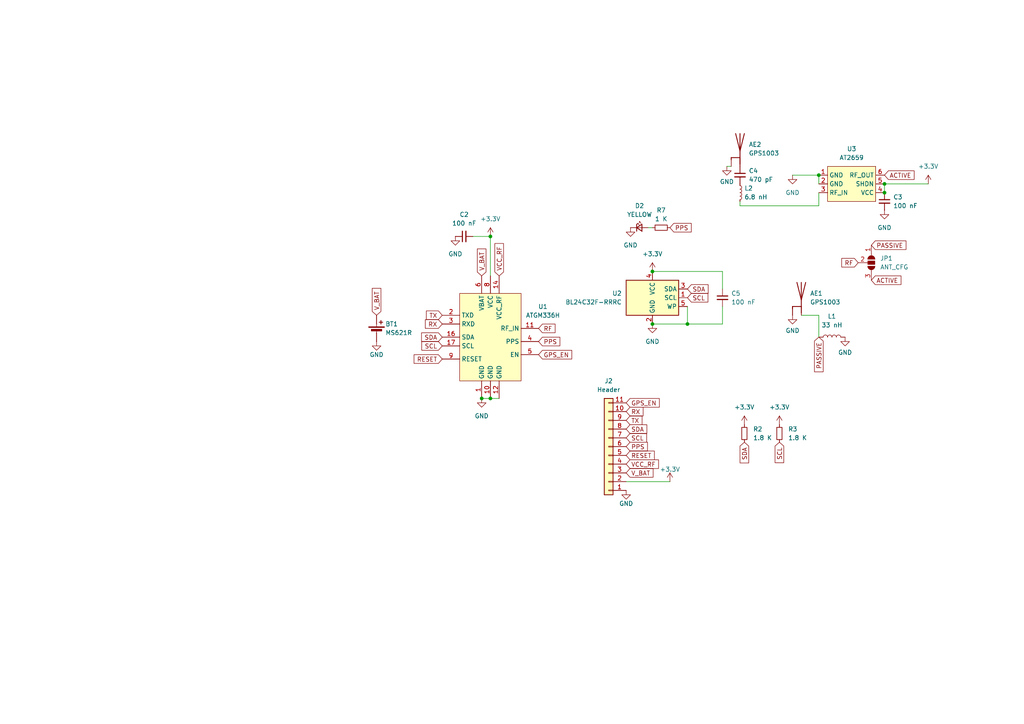
<source format=kicad_sch>
(kicad_sch (version 20231120) (generator "eeschema") (generator_version "8.0")
  (paper "A4")
  (lib_symbols
    (symbol "Connector_Generic:Conn_01x11" (pin_names (offset 1.016) hide)
      (property "Reference" "J" (at 0 15.24 0))
      (property "Value" "Conn_01x11" (at 0 -15.24 0))
      (symbol "Conn_01x11_1_1"
        (rectangle (start -1.27 -12.573) (end 0 -12.827) (stroke (width 0.1524)))
        (rectangle (start -1.27 -10.033) (end 0 -10.287) (stroke (width 0.1524)))
        (rectangle (start -1.27 -7.493) (end 0 -7.747) (stroke (width 0.1524)))
        (rectangle (start -1.27 -4.953) (end 0 -5.207) (stroke (width 0.1524)))
        (rectangle (start -1.27 -2.413) (end 0 -2.667) (stroke (width 0.1524)))
        (rectangle (start -1.27 0.127) (end 0 -0.127) (stroke (width 0.1524)))
        (rectangle (start -1.27 2.667) (end 0 2.413) (stroke (width 0.1524)))
        (rectangle (start -1.27 5.207) (end 0 4.953) (stroke (width 0.1524)))
        (rectangle (start -1.27 7.747) (end 0 7.493) (stroke (width 0.1524)))
        (rectangle (start -1.27 10.287) (end 0 10.033) (stroke (width 0.1524)))
        (rectangle (start -1.27 12.827) (end 0 12.573) (stroke (width 0.1524)))
        (rectangle (start -1.27 13.97) (end 1.27 -13.97) (stroke (width 0.254)) (fill (type background)))
        (pin passive line (at -5.08 12.7 0) (length 3.81) (name "Pin_1") (number "1"))
        (pin passive line (at -5.08 -10.16 0) (length 3.81) (name "Pin_10") (number "10"))
        (pin passive line (at -5.08 -12.7 0) (length 3.81) (name "Pin_11") (number "11"))
        (pin passive line (at -5.08 10.16 0) (length 3.81) (name "Pin_2") (number "2"))
        (pin passive line (at -5.08 7.62 0) (length 3.81) (name "Pin_3") (number "3"))
        (pin passive line (at -5.08 5.08 0) (length 3.81) (name "Pin_4") (number "4"))
        (pin passive line (at -5.08 2.54 0) (length 3.81) (name "Pin_5") (number "5"))
        (pin passive line (at -5.08 0 0) (length 3.81) (name "Pin_6") (number "6"))
        (pin passive line (at -5.08 -2.54 0) (length 3.81) (name "Pin_7") (number "7"))
        (pin passive line (at -5.08 -5.08 0) (length 3.81) (name "Pin_8") (number "8"))
        (pin passive line (at -5.08 -7.62 0) (length 3.81) (name "Pin_9") (number "9"))
      )
    )
    (symbol "GND_15" (power) (pin_names (offset 0))
      (property "Value" "GND_15" (at 0 -3.81 0))
      (symbol "GND_15_0_1"
        (polyline (pts (xy 0 0) (xy 0 -1.27) (xy 1.27 -1.27) (xy 0 -2.54) (xy -1.27 -1.27) (xy 0 -1.27)))
      )
      (symbol "GND_15_1_1"
        (pin power_in line (at 0 0 270) (length 0) hide (name "GND") (number "1"))
      )
    )
    (symbol "symbols:+3.3V" (power) (pin_numbers hide) (pin_names (offset 0) hide)
      (property "Value" "+3.3V" (at 0 3.556 0))
      (symbol "+3.3V_0_1"
        (polyline (pts (xy -0.762 1.27) (xy 0 2.54)))
        (polyline (pts (xy 0 0) (xy 0 2.54)))
        (polyline (pts (xy 0 2.54) (xy 0.762 1.27)))
      )
      (symbol "+3.3V_1_1"
        (pin power_in line (at 0 0 90) (length 0) (name "~") (number "1"))
      )
    )
    (symbol "symbols:AT24CS32-STUM"
      (property "Reference" "U" (at -7.62 6.35 0))
      (property "Value" "AT24CS32-STUM" (at 2.54 -6.35 0))
      (symbol "AT24CS32-STUM_1_1"
        (rectangle (start -7.62 5.08) (end 7.62 -5.08) (stroke (width 0.254)) (fill (type background)))
        (pin input line (at 10.16 0 180) (length 2.54) (name "SCL") (number "1"))
        (pin power_in line (at 0 -7.62 90) (length 2.54) (name "GND") (number "2"))
        (pin bidirectional line (at 10.16 2.54 180) (length 2.54) (name "SDA") (number "3"))
        (pin power_in line (at 0 7.62 270) (length 2.54) (name "VCC") (number "4"))
        (pin input line (at 10.16 -2.54 180) (length 2.54) (name "WP") (number "5"))
      )
    )
    (symbol "symbols:AT2659"
      (property "Reference" "U" (at 0 0 0))
      (property "Value" "AT2659" (at 0 -2.032 0))
      (symbol "AT2659_1_1"
        (rectangle (start -6.35 -3.81) (end 7.62 -13.97) (fill (type background)))
        (pin input line (at -8.89 -6.35 0) (length 2.54) (name "GND") (number "1"))
        (pin input line (at -8.89 -8.89 0) (length 2.54) (name "GND") (number "2"))
        (pin input line (at -8.89 -11.43 0) (length 2.54) (name "RF_IN") (number "3"))
        (pin input line (at 10.16 -11.43 180) (length 2.54) (name "VCC") (number "4"))
        (pin input line (at 10.16 -8.89 180) (length 2.54) (name "SHDN") (number "5"))
        (pin input line (at 10.16 -6.35 180) (length 2.54) (name "RF_OUT") (number "6"))
      )
    )
    (symbol "symbols:ATGM336H"
      (property "Reference" "U" (at 9.906 -26.924 0))
      (property "Value" "ATGM336H" (at 9.906 -29.21 0))
      (symbol "ATGM336H_1_1"
        (rectangle (start -8.89 0) (end 8.89 -25.4) (fill (type background)))
        (pin input line (at -2.54 -30.48 90) (length 5.08) (name "GND") (number "1"))
        (pin input line (at 0 -30.48 90) (length 5.08) (name "GND") (number "10"))
        (pin input line (at 13.97 -10.16 180) (length 5.08) (name "RF_IN") (number "11"))
        (pin input line (at 2.54 -30.48 90) (length 5.08) (name "GND") (number "12"))
        (pin input line (at 2.54 5.08 270) (length 5.08) (name "VCC_RF") (number "14"))
        (pin input line (at -13.97 -12.7 0) (length 5.08) (name "SDA") (number "16"))
        (pin input line (at -13.97 -15.24 0) (length 5.08) (name "SCL") (number "17"))
        (pin input line (at -13.97 -6.35 0) (length 5.08) (name "TXD") (number "2"))
        (pin input line (at -13.97 -8.89 0) (length 5.08) (name "RXD") (number "3"))
        (pin input line (at 13.97 -13.97 180) (length 5.08) (name "PPS") (number "4"))
        (pin input line (at 13.97 -17.78 180) (length 5.08) (name "EN") (number "5"))
        (pin input line (at -2.54 5.08 270) (length 5.08) (name "VBAT") (number "6"))
        (pin input line (at 0 5.08 270) (length 5.08) (name "VCC") (number "8"))
        (pin input line (at -13.97 -19.05 0) (length 5.08) (name "RESET") (number "9"))
      )
    )
    (symbol "symbols:Antenna_Chip" (pin_numbers hide) (pin_names (offset 1.016) hide)
      (property "Reference" "AE" (at 0 5.08 0))
      (property "Value" "Antenna_Chip" (at 0 3.175 0))
      (symbol "Antenna_Chip_0_1"
        (polyline (pts (xy 0 0) (xy 0 -0.635)) (stroke (width 0.254)))
        (polyline (pts (xy 0 0) (xy 2.54 0)) (stroke (width 0.254)))
        (polyline (pts (xy 2.54 -0.635) (xy 2.54 0)))
        (polyline (pts (xy 2.54 6.985) (xy 2.54 -1.905)) (stroke (width 0.254)))
        (polyline (pts (xy 3.81 6.985) (xy 2.54 1.905) (xy 1.27 6.985)) (stroke (width 0.254)))
      )
      (symbol "Antenna_Chip_1_1"
        (pin passive line (at 2.54 -2.54 90) (length 2.54) (name "FEED") (number "1"))
        (pin input line (at 0 -2.54 90) (length 2.54) (name "GND") (number "2"))
      )
    )
    (symbol "symbols:Battery_Cell" (pin_numbers hide) (pin_names (offset 0) hide)
      (property "Reference" "BT" (at 2.54 2.54 0))
      (property "Value" "Battery_Cell" (at 2.54 0 0))
      (symbol "Battery_Cell_0_1"
        (rectangle (start -2.286 1.778) (end 2.286 1.524) (fill (type outline)))
        (rectangle (start -1.524 1.016) (end 1.524 0.508) (fill (type outline)))
        (polyline (pts (xy 0 0.762) (xy 0 0)))
        (polyline (pts (xy 0 1.778) (xy 0 2.54)))
        (polyline (pts (xy 0.762 3.048) (xy 1.778 3.048)) (stroke (width 0.254)))
        (polyline (pts (xy 1.27 3.556) (xy 1.27 2.54)) (stroke (width 0.254)))
      )
      (symbol "Battery_Cell_1_1"
        (pin passive line (at 0 5.08 270) (length 2.54) (name "+") (number "1"))
        (pin passive line (at 0 -2.54 90) (length 2.54) (name "-") (number "2"))
      )
    )
    (symbol "symbols:C_Small" (pin_numbers hide) (pin_names (offset 0.254) hide)
      (property "Reference" "C" (at 0.254 1.778 0))
      (property "Value" "C_Small" (at 0.254 -2.032 0))
      (symbol "C_Small_0_1"
        (polyline (pts (xy -1.524 -0.508) (xy 1.524 -0.508)) (stroke (width 0.3302)))
        (polyline (pts (xy -1.524 0.508) (xy 1.524 0.508)) (stroke (width 0.3048)))
      )
      (symbol "C_Small_1_1"
        (pin passive line (at 0 2.54 270) (length 2.032) (name "~") (number "1"))
        (pin passive line (at 0 -2.54 90) (length 2.032) (name "~") (number "2"))
      )
    )
    (symbol "symbols:GND" (power) (pin_numbers hide) (pin_names (offset 0) hide)
      (property "Value" "GND" (at 0 -3.81 0))
      (symbol "GND_0_1"
        (polyline (pts (xy 0 0) (xy 0 -1.27) (xy 1.27 -1.27) (xy 0 -2.54) (xy -1.27 -1.27) (xy 0 -1.27)))
      )
      (symbol "GND_1_1"
        (pin power_in line (at 0 0 270) (length 0) (name "~") (number "1"))
      )
    )
    (symbol "symbols:L" (pin_numbers hide) (pin_names (offset 1.016) hide)
      (property "Reference" "L" (at -1.27 0 90))
      (property "Value" "L" (at 1.905 0 90))
      (symbol "L_0_1"
        (arc (start 0 -2.54) (mid 0.6323 -1.905) (end 0 -1.27))
        (arc (start 0 -1.27) (mid 0.6323 -0.635) (end 0 0))
        (arc (start 0 0) (mid 0.6323 0.635) (end 0 1.27))
        (arc (start 0 1.27) (mid 0.6323 1.905) (end 0 2.54))
      )
      (symbol "L_1_1"
        (pin passive line (at 0 3.81 270) (length 1.27) (name "1") (number "1"))
        (pin passive line (at 0 -3.81 90) (length 1.27) (name "2") (number "2"))
      )
    )
    (symbol "symbols:LED_Small" (pin_numbers hide) (pin_names (offset 0.254) hide)
      (property "Reference" "D" (at -1.27 3.175 0))
      (property "Value" "LED_Small" (at -4.445 -2.54 0))
      (symbol "LED_Small_0_1"
        (polyline (pts (xy -0.762 -1.016) (xy -0.762 1.016)) (stroke (width 0.254)))
        (polyline (pts (xy 1.016 0) (xy -0.762 0)))
        (polyline (pts (xy 0.762 -1.016) (xy -0.762 0) (xy 0.762 1.016) (xy 0.762 -1.016)) (stroke (width 0.254)))
        (polyline (pts (xy 0 0.762) (xy -0.508 1.27) (xy -0.254 1.27) (xy -0.508 1.27) (xy -0.508 1.016)))
        (polyline (pts (xy 0.508 1.27) (xy 0 1.778) (xy 0.254 1.778) (xy 0 1.778) (xy 0 1.524)))
      )
      (symbol "LED_Small_1_1"
        (pin passive line (at -2.54 0 0) (length 1.778) (name "K") (number "1"))
        (pin passive line (at 2.54 0 180) (length 1.778) (name "A") (number "2"))
      )
    )
    (symbol "symbols:L_Small" (pin_numbers hide) (pin_names (offset 0.254) hide)
      (property "Reference" "L" (at 0.762 1.016 0))
      (property "Value" "L_Small" (at 0.762 -1.016 0))
      (symbol "L_Small_0_1"
        (arc (start 0 -2.032) (mid 0.5058 -1.524) (end 0 -1.016))
        (arc (start 0 -1.016) (mid 0.5058 -0.508) (end 0 0))
        (arc (start 0 0) (mid 0.5058 0.508) (end 0 1.016))
        (arc (start 0 1.016) (mid 0.5058 1.524) (end 0 2.032))
      )
      (symbol "L_Small_1_1"
        (pin passive line (at 0 2.54 270) (length 0.508) (name "~") (number "1"))
        (pin passive line (at 0 -2.54 90) (length 0.508) (name "~") (number "2"))
      )
    )
    (symbol "symbols:R_Small" (pin_numbers hide) (pin_names (offset 0.254) hide)
      (property "Reference" "R" (at 0.762 0.508 0))
      (property "Value" "R_Small" (at 0.762 -1.016 0))
      (symbol "R_Small_0_1"
        (rectangle (start -0.762 1.778) (end 0.762 -1.778) (stroke (width 0.2032)))
      )
      (symbol "R_Small_1_1"
        (pin passive line (at 0 2.54 270) (length 0.762) (name "~") (number "1"))
        (pin passive line (at 0 -2.54 90) (length 0.762) (name "~") (number "2"))
      )
    )
    (symbol "symbols:SolderJumper_3_Open" (pin_names (offset 0) hide) (exclude_from_sim yes) (in_bom no)
      (property "Reference" "JP" (at -2.54 -2.54 0))
      (property "Value" "SolderJumper_3_Open" (at 0 2.794 0))
      (symbol "SolderJumper_3_Open_0_1"
        (arc (start -1.016 1.016) (mid -2.0276 0) (end -1.016 -1.016))
        (arc (start -1.016 1.016) (mid -2.0276 0) (end -1.016 -1.016) (fill (type outline)))
        (rectangle (start -0.508 1.016) (end 0.508 -1.016) (fill (type outline)))
        (polyline (pts (xy -2.54 0) (xy -2.032 0)))
        (polyline (pts (xy -1.016 1.016) (xy -1.016 -1.016)))
        (polyline (pts (xy 0 -1.27) (xy 0 -1.016)))
        (polyline (pts (xy 1.016 1.016) (xy 1.016 -1.016)))
        (polyline (pts (xy 2.54 0) (xy 2.032 0)))
        (arc (start 1.016 -1.016) (mid 2.0276 0) (end 1.016 1.016))
        (arc (start 1.016 -1.016) (mid 2.0276 0) (end 1.016 1.016) (fill (type outline)))
      )
      (symbol "SolderJumper_3_Open_1_1"
        (pin passive line (at -5.08 0 0) (length 2.54) (name "A") (number "1"))
        (pin passive line (at 0 -3.81 90) (length 2.54) (name "C") (number "2"))
        (pin passive line (at 5.08 0 180) (length 2.54) (name "B") (number "3"))
      )
    )
  )
  (junction (at 237.49 50.8))
  (junction (at 199.39 93.98))
  (junction (at 142.24 115.57))
  (junction (at 256.54 53.34))
  (junction (at 189.23 78.74))
  (junction (at 139.7 115.57))
  (junction (at 142.24 68.58))
  (junction (at 189.23 93.98))
  (junction (at 256.54 55.88))
  (wire (pts (xy 139.7 115.57) (xy 142.24 115.57)))
  (wire (pts (xy 237.49 59.69) (xy 237.49 55.88)))
  (wire (pts (xy 256.54 53.34) (xy 256.54 55.88)))
  (wire (pts (xy 209.55 83.82) (xy 209.55 78.74)))
  (wire (pts (xy 209.55 93.98) (xy 199.39 93.98)))
  (wire (pts (xy 237.49 91.44) (xy 237.49 97.79)))
  (wire (pts (xy 237.49 50.8) (xy 237.49 53.34)))
  (wire (pts (xy 142.24 80.01) (xy 142.24 68.58)))
  (wire (pts (xy 142.24 115.57) (xy 144.78 115.57)))
  (wire (pts (xy 199.39 93.98) (xy 189.23 93.98)))
  (wire (pts (xy 181.61 139.7) (xy 194.31 139.7)))
  (wire (pts (xy 210.82 48.26) (xy 212.09 48.26)))
  (wire (pts (xy 209.55 88.9) (xy 209.55 93.98)))
  (wire (pts (xy 214.63 59.69) (xy 237.49 59.69)))
  (wire (pts (xy 256.54 53.34) (xy 269.24 53.34)))
  (wire (pts (xy 214.63 59.69) (xy 214.63 58.42)))
  (wire (pts (xy 237.49 91.44) (xy 232.41 91.44)))
  (wire (pts (xy 137.16 68.58) (xy 142.24 68.58)))
  (wire (pts (xy 209.55 78.74) (xy 189.23 78.74)))
  (wire (pts (xy 199.39 88.9) (xy 199.39 93.98)))
  (wire (pts (xy 189.23 66.04) (xy 187.96 66.04)))
  (wire (pts (xy 229.87 50.8) (xy 237.49 50.8)))
  (global_label "RESET" (shape input) (at 128.27 104.14 180) (property "Intersheetrefs" "${INTERSHEET_REFS}" (effects (hide yes))))
  (global_label "RF" (shape input) (at 156.21 95.25 0) (property "Intersheetrefs" "${INTERSHEET_REFS}" (effects (hide yes))))
  (global_label "V_BAT" (shape input) (at 181.61 137.16 0) (property "Intersheetrefs" "${INTERSHEET_REFS}" (effects (hide yes))))
  (global_label "SCL" (shape input) (at 181.61 127 0) (property "Intersheetrefs" "${INTERSHEET_REFS}" (effects (hide yes))))
  (global_label "SDA" (shape input) (at 128.27 97.79 180) (property "Intersheetrefs" "${INTERSHEET_REFS}" (effects (hide yes))))
  (global_label "SDA" (shape input) (at 199.39 83.82 0) (property "Intersheetrefs" "${INTERSHEET_REFS}" (effects (hide yes))))
  (global_label "SDA" (shape input) (at 181.61 124.46 0) (property "Intersheetrefs" "${INTERSHEET_REFS}" (effects (hide yes))))
  (global_label "RX" (shape input) (at 181.61 119.38 0) (property "Intersheetrefs" "${INTERSHEET_REFS}" (effects (hide yes))))
  (global_label "V_BAT" (shape input) (at 109.22 91.44 90) (property "Intersheetrefs" "${INTERSHEET_REFS}" (effects (hide yes))))
  (global_label "PPS" (shape input) (at 156.21 99.06 0) (property "Intersheetrefs" "${INTERSHEET_REFS}" (effects (hide yes))))
  (global_label "RF" (shape input) (at 248.92 76.2 180) (property "Intersheetrefs" "${INTERSHEET_REFS}" (effects (hide yes))))
  (global_label "GPS_EN" (shape input) (at 181.61 116.84 0) (property "Intersheetrefs" "${INTERSHEET_REFS}" (effects (hide yes))))
  (global_label "RESET" (shape input) (at 181.61 132.08 0) (property "Intersheetrefs" "${INTERSHEET_REFS}" (effects (hide yes))))
  (global_label "V_BAT" (shape input) (at 139.7 80.01 90) (property "Intersheetrefs" "${INTERSHEET_REFS}" (effects (hide yes))))
  (global_label "TX" (shape input) (at 181.61 121.92 0) (property "Intersheetrefs" "${INTERSHEET_REFS}" (effects (hide yes))))
  (global_label "VCC_RF" (shape input) (at 144.78 80.01 90) (property "Intersheetrefs" "${INTERSHEET_REFS}" (effects (hide yes))))
  (global_label "PASSIVE" (shape input) (at 252.73 71.12 0) (property "Intersheetrefs" "${INTERSHEET_REFS}" (effects (hide yes))))
  (global_label "SCL" (shape input) (at 226.06 128.27 270) (property "Intersheetrefs" "${INTERSHEET_REFS}" (effects (hide yes))))
  (global_label "GPS_EN" (shape input) (at 156.21 102.87 0) (property "Intersheetrefs" "${INTERSHEET_REFS}" (effects (hide yes))))
  (global_label "PPS" (shape input) (at 181.61 129.54 0) (property "Intersheetrefs" "${INTERSHEET_REFS}" (effects (hide yes))))
  (global_label "VCC_RF" (shape input) (at 181.61 134.62 0) (property "Intersheetrefs" "${INTERSHEET_REFS}" (effects (hide yes))))
  (global_label "ACTIVE" (shape input) (at 252.73 81.28 0) (property "Intersheetrefs" "${INTERSHEET_REFS}" (effects (hide yes))))
  (global_label "TX" (shape input) (at 128.27 91.44 180) (property "Intersheetrefs" "${INTERSHEET_REFS}" (effects (hide yes))))
  (global_label "PASSIVE" (shape input) (at 237.49 97.79 270) (property "Intersheetrefs" "${INTERSHEET_REFS}" (effects (hide yes))))
  (global_label "ACTIVE" (shape input) (at 256.54 50.8 0) (property "Intersheetrefs" "${INTERSHEET_REFS}" (effects (hide yes))))
  (global_label "SCL" (shape input) (at 128.27 100.33 180) (property "Intersheetrefs" "${INTERSHEET_REFS}" (effects (hide yes))))
  (global_label "SCL" (shape input) (at 199.39 86.36 0) (property "Intersheetrefs" "${INTERSHEET_REFS}" (effects (hide yes))))
  (global_label "PPS" (shape input) (at 194.31 66.04 0) (property "Intersheetrefs" "${INTERSHEET_REFS}" (effects (hide yes))))
  (global_label "RX" (shape input) (at 128.27 93.98 180) (property "Intersheetrefs" "${INTERSHEET_REFS}" (effects (hide yes))))
  (global_label "SDA" (shape input) (at 215.9 128.27 270) (property "Intersheetrefs" "${INTERSHEET_REFS}" (effects (hide yes))))
  (symbol (lib_id "symbols:C_Small") (at 209.55 86.36 0) (unit 1)
    (property "Reference" "C5" (at 212.09 85.0962 0) (effects (justify left)))
    (property "Value" "100 nF" (at 212.09 87.6362 0) (effects (justify left)))
    (property "Footprint" "footprints:C_0603_1608Metric" (effects (hide yes)))
    (property "Description" "Unpolarized capacitor, small symbol" (effects (hide yes)))
    (property "LCSC" "C14663" (effects (hide yes)))
  )
  (symbol (lib_id "symbols:+3.3V") (at 194.31 139.7 0) (unit 1)
    (property "Reference" "#PWR09" (effects (hide yes)))
    (property "Value" "+3.3V" (at 194.31 136.144 0))
    (property "Description" "Power symbol creates a global label with name \"+3.3V\"" (effects (hide yes)))
  )
  (symbol (lib_id "symbols:R_Small") (at 226.06 125.73 0) (unit 1)
    (property "Reference" "R3" (at 228.6 124.4599 0) (effects (justify left)))
    (property "Value" "1.8 K" (at 228.6 126.9999 0) (effects (justify left)))
    (property "Footprint" "Resistor_SMD:R_0603_1608Metric" (effects (hide yes)))
    (property "Description" "Resistor, small symbol" (effects (hide yes)))
    (property "LCSC" "C4177" (effects (hide yes)))
  )
  (symbol (lib_id "symbols:L_Small") (at 214.63 55.88 0) (unit 1)
    (property "Reference" "L2" (at 215.9 54.6099 0) (effects (justify left)))
    (property "Value" "6.8 nH" (at 215.9 57.1499 0) (effects (justify left)))
    (property "Footprint" "footprints:L_0402_1005Metric" (effects (hide yes)))
    (property "Description" "Inductor, small symbol" (effects (hide yes)))
    (property "LCSC" "C84403" (effects (hide yes)))
  )
  (symbol (lib_id "symbols:GND") (at 256.54 60.96 0) (unit 1)
    (property "Reference" "#PWR012" (effects (hide yes)))
    (property "Value" "GND" (at 256.54 66.04 0))
    (property "Description" "Power symbol creates a global label with name \"GND\" , ground" (effects (hide yes)))
  )
  (symbol (lib_id "symbols:L") (at 241.3 97.79 90) (unit 1)
    (property "Reference" "L1" (at 241.3 91.7448 90))
    (property "Value" "33 nH" (at 241.3 94.2848 90))
    (property "Footprint" "footprints:L_0402_1005Metric" (effects (hide yes)))
    (property "LCSC" "C90178" (effects (hide yes)))
  )
  (symbol (lib_id "symbols:C_Small") (at 214.63 50.8 0) (unit 1)
    (property "Reference" "C4" (at 217.17 49.5362 0) (effects (justify left)))
    (property "Value" "470 pF" (at 217.17 52.0762 0) (effects (justify left)))
    (property "Footprint" "footprints:C_0402_1005Metric" (effects (hide yes)))
    (property "Description" "Unpolarized capacitor, small symbol" (effects (hide yes)))
    (property "LCSC" "C1567" (effects (hide yes)))
  )
  (symbol (lib_id "symbols:R_Small") (at 215.9 125.73 0) (unit 1)
    (property "Reference" "R2" (at 218.44 124.4599 0) (effects (justify left)))
    (property "Value" "1.8 K" (at 218.44 126.9999 0) (effects (justify left)))
    (property "Footprint" "Resistor_SMD:R_0603_1608Metric" (effects (hide yes)))
    (property "Description" "Resistor, small symbol" (effects (hide yes)))
    (property "LCSC" "C4177" (effects (hide yes)))
  )
  (symbol (lib_id "Connector_Generic:Conn_01x11") (at 176.53 129.54 180) (unit 1)
    (property "Reference" "J2" (at 176.53 110.49 0))
    (property "Value" "Header" (at 176.53 113.03 0))
    (property "Footprint" "Connector_PinHeader_2.54mm:PinHeader_1x11_P2.54mm_Vertical" (effects (hide yes)))
    (property "Description" "Generic connector, single row, 01x11, script generated (kicad-library-utils/schlib/autogen/connector/)" (effects (hide yes)))
  )
  (symbol (lib_id "symbols:+3.3V") (at 269.24 53.34 0) (unit 1)
    (property "Reference" "#PWR011" (effects (hide yes)))
    (property "Value" "+3.3V" (at 269.24 48.26 0))
    (property "Description" "Power symbol creates a global label with name \"+3.3V\"" (effects (hide yes)))
  )
  (symbol (lib_name "GND_15") (lib_id "symbols:GND_15") (at 210.82 48.26 0) (unit 1)
    (property "Reference" "#PWR017" (effects (hide yes)))
    (property "Value" "GND" (at 210.82 52.705 0))
  )
  (symbol (lib_id "symbols:GND") (at 182.88 66.04 0) (unit 1)
    (property "Reference" "#PWR05" (effects (hide yes)))
    (property "Value" "GND" (at 182.88 71.12 0))
    (property "Description" "Power symbol creates a global label with name \"GND\" , ground" (effects (hide yes)))
  )
  (symbol (lib_name "GND_15") (lib_id "symbols:GND_15") (at 245.11 97.79 0) (unit 1)
    (property "Reference" "#PWR010" (effects (hide yes)))
    (property "Value" "GND" (at 245.11 102.235 0))
  )
  (symbol (lib_id "symbols:+3.3V") (at 189.23 78.74 0) (unit 1)
    (property "Reference" "#PWR03" (effects (hide yes)))
    (property "Value" "+3.3V" (at 189.23 73.66 0))
    (property "Description" "Power symbol creates a global label with name \"+3.3V\"" (effects (hide yes)))
  )
  (symbol (lib_id "symbols:Antenna_Chip") (at 229.87 88.9 0) (unit 1)
    (property "Reference" "AE1" (at 234.95 85.0899 0) (effects (justify left)))
    (property "Value" "GPS1003" (at 234.95 87.6299 0) (effects (justify left)))
    (property "Footprint" "RF_Antenna:GPS1003" (effects (hide yes)))
    (property "Description" "Ceramic chip antenna with pin for PCB trace" (effects (hide yes)))
  )
  (symbol (lib_id "symbols:GND") (at 132.08 68.58 0) (unit 1)
    (property "Reference" "#PWR06" (effects (hide yes)))
    (property "Value" "GND" (at 132.08 73.66 0))
    (property "Description" "Power symbol creates a global label with name \"GND\" , ground" (effects (hide yes)))
  )
  (symbol (lib_id "symbols:ATGM336H") (at 142.24 85.09 0) (unit 1)
    (property "Reference" "U1" (at 157.48 88.9314 0))
    (property "Value" "ATGM336H" (at 157.48 91.4714 0))
    (property "Footprint" "footprints:ATGM336H" (effects (hide yes)))
    (property "LCSC" "C90770" (effects (hide yes)))
  )
  (symbol (lib_id "symbols:C_Small") (at 134.62 68.58 90) (unit 1)
    (property "Reference" "C2" (at 134.6263 62.23 90))
    (property "Value" "100 nF" (at 134.6263 64.77 90))
    (property "Footprint" "footprints:C_0603_1608Metric" (effects (hide yes)))
    (property "Description" "Unpolarized capacitor, small symbol" (effects (hide yes)))
    (property "LCSC" "C14663" (effects (hide yes)))
  )
  (symbol (lib_id "symbols:C_Small") (at 256.54 58.42 0) (unit 1)
    (property "Reference" "C3" (at 259.08 57.1562 0) (effects (justify left)))
    (property "Value" "100 nF" (at 259.08 59.6962 0) (effects (justify left)))
    (property "Footprint" "footprints:C_0603_1608Metric" (effects (hide yes)))
    (property "Description" "Unpolarized capacitor, small symbol" (effects (hide yes)))
    (property "LCSC" "C14663" (effects (hide yes)))
  )
  (symbol (lib_id "symbols:R_Small") (at 191.77 66.04 90) (unit 1)
    (property "Reference" "R7" (at 191.77 60.96 90))
    (property "Value" "1 K" (at 191.77 63.5 90))
    (property "Footprint" "Resistor_SMD:R_0402_1005Metric" (effects (hide yes)))
    (property "Description" "Resistor, small symbol" (effects (hide yes)))
    (property "LCSC" "C11702" (effects (hide yes)))
  )
  (symbol (lib_id "symbols:GND") (at 109.22 99.06 0) (unit 1)
    (property "Reference" "#PWR015" (effects (hide yes)))
    (property "Value" "GND" (at 109.22 102.87 0))
    (property "Description" "Power symbol creates a global label with name \"GND\" , ground" (effects (hide yes)))
  )
  (symbol (lib_id "symbols:AT24CS32-STUM") (at 189.23 86.36 0) (unit 1)
    (property "Reference" "U2" (at 180.34 85.0899 0) (effects (justify right)))
    (property "Value" "BL24C32F-RRRC" (at 180.34 87.6299 0) (effects (justify right)))
    (property "Footprint" "Package_TO_SOT_SMD:SOT-23-5" (effects (hide yes)))
    (property "Datasheet" "http://ww1.microchip.com/downloads/en/DeviceDoc/Atmel-8869-SEEPROM-AT24CS32-Datasheet.pdf" (effects (hide yes)))
    (property "Description" "I2C Serial EEPROM, 32Kb (4096x8) with Unique Serial Number, SOT-23-5" (effects (hide yes)))
    (property "LCSC" "C5185883" (effects (hide yes)))
  )
  (symbol (lib_id "symbols:+3.3V") (at 142.24 68.58 0) (unit 1)
    (property "Reference" "#PWR07" (effects (hide yes)))
    (property "Value" "+3.3V" (at 142.24 63.5 0))
    (property "Description" "Power symbol creates a global label with name \"+3.3V\"" (effects (hide yes)))
  )
  (symbol (lib_id "symbols:Antenna_Chip") (at 212.09 45.72 0) (unit 1)
    (property "Reference" "AE2" (at 217.17 41.9099 0) (effects (justify left)))
    (property "Value" "GPS1003" (at 217.17 44.4499 0) (effects (justify left)))
    (property "Footprint" "RF_Antenna:GPS1003" (effects (hide yes)))
    (property "Description" "Ceramic chip antenna with pin for PCB trace" (effects (hide yes)))
  )
  (symbol (lib_name "GND_15") (lib_id "symbols:GND_15") (at 229.87 91.44 0) (unit 1)
    (property "Reference" "#PWR016" (effects (hide yes)))
    (property "Value" "GND" (at 229.87 95.885 0))
  )
  (symbol (lib_id "symbols:+3.3V") (at 226.06 123.19 0) (unit 1)
    (property "Reference" "#PWR018" (effects (hide yes)))
    (property "Value" "+3.3V" (at 226.06 118.11 0))
    (property "Description" "Power symbol creates a global label with name \"+3.3V\"" (effects (hide yes)))
  )
  (symbol (lib_id "symbols:Battery_Cell") (at 109.22 96.52 0) (unit 1)
    (property "Reference" "BT1" (at 111.76 93.98 0) (effects (justify left)))
    (property "Value" "MS621R" (at 111.76 96.52 0) (effects (justify left)))
    (property "Footprint" "footprints:MS621R" (effects (hide yes)))
    (property "Description" "Single-cell battery" (effects (hide yes)))
  )
  (symbol (lib_id "symbols:AT2659") (at 246.38 44.45 0) (unit 1)
    (property "Reference" "U3" (at 247.015 43.18 0))
    (property "Value" "AT2659" (at 247.015 45.72 0))
    (property "Footprint" "footprints:DFN150X100X80-6N" (effects (hide yes)))
    (property "LCSC" "C92450" (effects (hide yes)))
  )
  (symbol (lib_id "symbols:GND") (at 229.87 50.8 0) (unit 1)
    (property "Reference" "#PWR013" (effects (hide yes)))
    (property "Value" "GND" (at 229.87 55.88 0))
    (property "Description" "Power symbol creates a global label with name \"GND\" , ground" (effects (hide yes)))
  )
  (symbol (lib_id "symbols:SolderJumper_3_Open") (at 252.73 76.2 270) (unit 1) (exclude_from_sim yes) (in_bom no)
    (property "Reference" "JP1" (at 255.27 74.9299 90) (effects (justify left)))
    (property "Value" "ANT_CFG" (at 255.27 77.4699 90) (effects (justify left)))
    (property "Footprint" "footprints:SolderJumper-3_P1.3mm_Open_RoundedPad1.0x1.5mm" (effects (hide yes)))
    (property "Description" "Solder Jumper, 3-pole, open" (effects (hide yes)))
  )
  (symbol (lib_id "symbols:GND") (at 139.7 115.57 0) (unit 1)
    (property "Reference" "#PWR01" (effects (hide yes)))
    (property "Value" "GND" (at 139.7 120.65 0))
    (property "Description" "Power symbol creates a global label with name \"GND\" , ground" (effects (hide yes)))
  )
  (symbol (lib_id "symbols:GND") (at 181.61 142.24 0) (unit 1)
    (property "Reference" "#PWR08" (effects (hide yes)))
    (property "Value" "GND" (at 181.61 146.05 0))
    (property "Description" "Power symbol creates a global label with name \"GND\" , ground" (effects (hide yes)))
  )
  (symbol (lib_id "symbols:LED_Small") (at 185.42 66.04 0) (unit 1)
    (property "Reference" "D2" (at 185.4835 59.69 0))
    (property "Value" "YELLOW" (at 185.4835 62.23 0))
    (property "Footprint" "LED_SMD:LED_0603_1608Metric" (effects (hide yes)))
    (property "Description" "Light emitting diode, small symbol" (effects (hide yes)))
    (property "LCSC" "C72038" (effects (hide yes)))
  )
  (symbol (lib_id "symbols:+3.3V") (at 215.9 123.19 0) (unit 1)
    (property "Reference" "#PWR014" (effects (hide yes)))
    (property "Value" "+3.3V" (at 215.9 118.11 0))
    (property "Description" "Power symbol creates a global label with name \"+3.3V\"" (effects (hide yes)))
  )
  (symbol (lib_id "symbols:GND") (at 189.23 93.98 0) (unit 1)
    (property "Reference" "#PWR04" (effects (hide yes)))
    (property "Value" "GND" (at 189.23 99.06 0))
    (property "Description" "Power symbol creates a global label with name \"GND\" , ground" (effects (hide yes)))
  )
)
</source>
